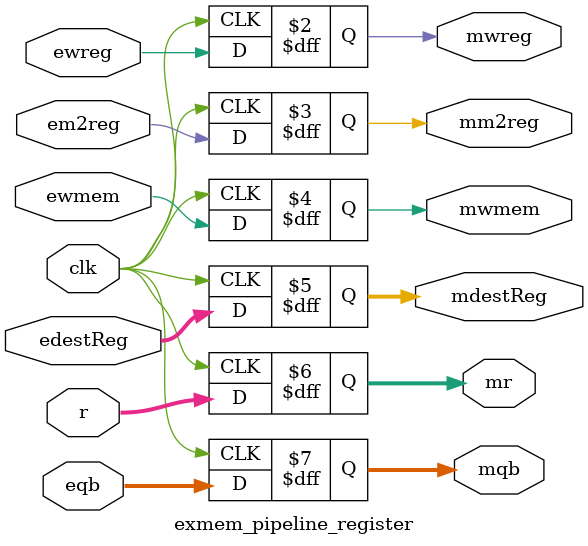
<source format=v>
`timescale 1ns / 1ps


module exmem_pipeline_register(
    input ewreg,
    input em2reg,
    input ewmem,
    input [4:0] edestReg,
    input [31:0] r,
    input [31:0] eqb,
    input clk,
    output reg mwreg,
    output reg mm2reg,
    output reg mwmem,
    output reg [4:0] mdestReg,
    output reg [31:0] mr,
    output reg [31:0] mqb
    );
    
    always @(posedge clk) begin
        mwreg <= ewreg;
        mm2reg <= em2reg;
        mwmem <= ewmem;
        mdestReg <= edestReg;
        mr <= r;
        mqb <= eqb;
    end
    
endmodule

</source>
